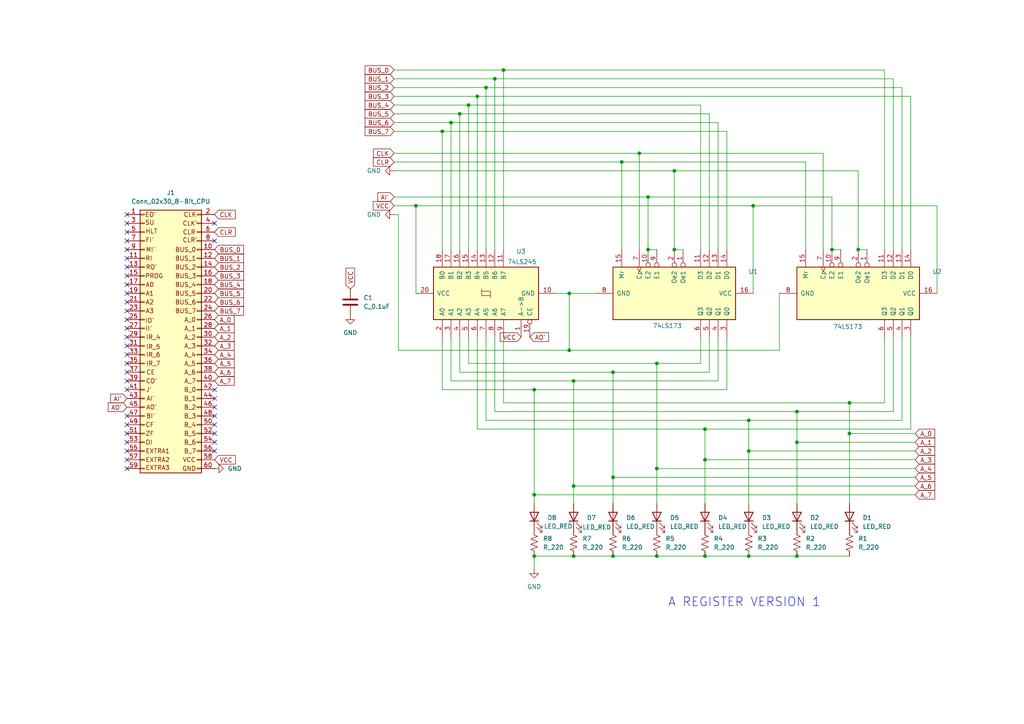
<source format=kicad_sch>
(kicad_sch (version 20231120) (generator "eeschema") (generator_version "8.0")
  (paper "A4")
  (lib_symbols
    (symbol "74xx:74LS173" (pin_names (offset 1.016))
      (property "Reference" "U" (at -7.62 19.05 0))
      (property "Value" "74LS173" (at -7.62 -19.05 0))
      (symbol "74LS173_1_0"
        (pin input inverted (at -12.7 2.54 0) (length 5.08) (name "Oe1") (number "1"))
        (pin input inverted (at -12.7 -7.62 0) (length 5.08) (name "E2") (number "10"))
        (pin input line (at -12.7 7.62 0) (length 5.08) (name "D3") (number "11"))
        (pin input line (at -12.7 10.16 0) (length 5.08) (name "D2") (number "12"))
        (pin input line (at -12.7 12.7 0) (length 5.08) (name "D1") (number "13"))
        (pin input line (at -12.7 15.24 0) (length 5.08) (name "D0") (number "14"))
        (pin input line (at -12.7 -15.24 0) (length 5.08) (name "Mr") (number "15"))
        (pin power_in line (at 0 22.86 270) (length 5.08) (name "VCC") (number "16"))
        (pin input inverted (at -12.7 0 0) (length 5.08) (name "Oe2") (number "2"))
        (pin tri_state line (at 12.7 15.24 180) (length 5.08) (name "Q0") (number "3"))
        (pin tri_state line (at 12.7 12.7 180) (length 5.08) (name "Q1") (number "4"))
        (pin tri_state line (at 12.7 10.16 180) (length 5.08) (name "Q2") (number "5"))
        (pin tri_state line (at 12.7 7.62 180) (length 5.08) (name "Q3") (number "6"))
        (pin input clock (at -12.7 -10.16 0) (length 5.08) (name "Cp") (number "7"))
        (pin power_in line (at 0 -22.86 90) (length 5.08) (name "GND") (number "8"))
        (pin input inverted (at -12.7 -5.08 0) (length 5.08) (name "E1") (number "9"))
      )
      (symbol "74LS173_1_1"
        (rectangle (start -7.62 17.78) (end 7.62 -17.78) (stroke (width 0.254)) (fill (type background)))
      )
    )
    (symbol "74xx:74LS245" (pin_names (offset 1.016))
      (property "Reference" "U" (at -7.62 16.51 0))
      (property "Value" "74LS245" (at -7.62 -16.51 0))
      (symbol "74LS245_1_0"
        (polyline (pts (xy -0.635 -1.27) (xy -0.635 1.27) (xy 0.635 1.27)))
        (polyline (pts (xy -1.27 -1.27) (xy 0.635 -1.27) (xy 0.635 1.27) (xy 1.27 1.27)))
        (pin input line (at -12.7 -10.16 0) (length 5.08) (name "A->B") (number "1"))
        (pin power_in line (at 0 -20.32 90) (length 5.08) (name "GND") (number "10"))
        (pin tri_state line (at 12.7 -5.08 180) (length 5.08) (name "B7") (number "11"))
        (pin tri_state line (at 12.7 -2.54 180) (length 5.08) (name "B6") (number "12"))
        (pin tri_state line (at 12.7 0 180) (length 5.08) (name "B5") (number "13"))
        (pin tri_state line (at 12.7 2.54 180) (length 5.08) (name "B4") (number "14"))
        (pin tri_state line (at 12.7 5.08 180) (length 5.08) (name "B3") (number "15"))
        (pin tri_state line (at 12.7 7.62 180) (length 5.08) (name "B2") (number "16"))
        (pin tri_state line (at 12.7 10.16 180) (length 5.08) (name "B1") (number "17"))
        (pin tri_state line (at 12.7 12.7 180) (length 5.08) (name "B0") (number "18"))
        (pin input inverted (at -12.7 -12.7 0) (length 5.08) (name "CE") (number "19"))
        (pin tri_state line (at -12.7 12.7 0) (length 5.08) (name "A0") (number "2"))
        (pin power_in line (at 0 20.32 270) (length 5.08) (name "VCC") (number "20"))
        (pin tri_state line (at -12.7 10.16 0) (length 5.08) (name "A1") (number "3"))
        (pin tri_state line (at -12.7 7.62 0) (length 5.08) (name "A2") (number "4"))
        (pin tri_state line (at -12.7 5.08 0) (length 5.08) (name "A3") (number "5"))
        (pin tri_state line (at -12.7 2.54 0) (length 5.08) (name "A4") (number "6"))
        (pin tri_state line (at -12.7 0 0) (length 5.08) (name "A5") (number "7"))
        (pin tri_state line (at -12.7 -2.54 0) (length 5.08) (name "A6") (number "8"))
        (pin tri_state line (at -12.7 -5.08 0) (length 5.08) (name "A7") (number "9"))
      )
      (symbol "74LS245_1_1"
        (rectangle (start -7.62 15.24) (end 7.62 -15.24) (stroke (width 0.254)) (fill (type background)))
      )
    )
    (symbol "8_Bit_CPU_Bus_Header:8_Bit_CPU_Bus_Pin_header" (pin_names (offset 1.016) hide)
      (property "Reference" "J" (at 7.62 38.1 0))
      (property "Value" "Conn_02x30_8-Bit_CPU " (at 2.794 -41.148 0))
      (symbol "8_Bit_CPU_Bus_Pin_header_1_1"
        (rectangle (start -7.62 -37.973) (end -6.35 -38.227) (stroke (width 0.1524)))
        (rectangle (start -7.62 -35.433) (end -6.35 -35.687) (stroke (width 0.1524)))
        (rectangle (start -7.62 -32.893) (end -6.35 -33.147) (stroke (width 0.1524)))
        (rectangle (start -7.62 -30.353) (end -6.35 -30.607) (stroke (width 0.1524)))
        (rectangle (start -7.62 -27.813) (end -6.35 -28.067) (stroke (width 0.1524)))
        (rectangle (start -7.62 -25.273) (end -6.35 -25.527) (stroke (width 0.1524)))
        (rectangle (start -7.62 -22.733) (end -6.35 -22.987) (stroke (width 0.1524)))
        (rectangle (start -7.62 -20.193) (end -6.35 -20.447) (stroke (width 0.1524)))
        (rectangle (start -7.62 -17.653) (end -6.35 -17.907) (stroke (width 0.1524)))
        (rectangle (start -7.62 -15.113) (end -6.35 -15.367) (stroke (width 0.1524)))
        (rectangle (start -7.62 -12.573) (end -6.35 -12.827) (stroke (width 0.1524)))
        (rectangle (start -7.62 -10.033) (end -6.35 -10.287) (stroke (width 0.1524)))
        (rectangle (start -7.62 -7.493) (end -6.35 -7.747) (stroke (width 0.1524)))
        (rectangle (start -7.62 -4.953) (end -6.35 -5.207) (stroke (width 0.1524)))
        (rectangle (start -7.62 -2.413) (end -6.35 -2.667) (stroke (width 0.1524)))
        (rectangle (start -7.62 0.127) (end -6.35 -0.127) (stroke (width 0.1524)))
        (rectangle (start -7.62 2.667) (end -6.35 2.413) (stroke (width 0.1524)))
        (rectangle (start -7.62 5.207) (end -6.35 4.953) (stroke (width 0.1524)))
        (rectangle (start -7.62 7.747) (end -6.35 7.493) (stroke (width 0.1524)))
        (rectangle (start -7.62 10.287) (end -6.35 10.033) (stroke (width 0.1524)))
        (rectangle (start -7.62 12.827) (end -6.35 12.573) (stroke (width 0.1524)))
        (rectangle (start -7.62 15.367) (end -6.35 15.113) (stroke (width 0.1524)))
        (rectangle (start -7.62 17.907) (end -6.35 17.653) (stroke (width 0.1524)))
        (rectangle (start -7.62 20.447) (end -6.35 20.193) (stroke (width 0.1524)))
        (rectangle (start -7.62 22.987) (end -6.35 22.733) (stroke (width 0.1524)))
        (rectangle (start -7.62 25.527) (end -6.35 25.273) (stroke (width 0.1524)))
        (rectangle (start -7.62 28.067) (end -6.35 27.813) (stroke (width 0.1524)))
        (rectangle (start -7.62 30.607) (end -6.35 30.353) (stroke (width 0.1524)))
        (rectangle (start -7.62 33.147) (end -6.35 32.893) (stroke (width 0.1524)))
        (rectangle (start -7.62 35.687) (end -6.35 35.433) (stroke (width 0.1524)))
        (rectangle (start -7.62 36.83) (end 10.16 -39.37) (stroke (width 0.254)) (fill (type background)))
        (rectangle (start 10.16 -37.973) (end 8.89 -38.227) (stroke (width 0.1524)))
        (rectangle (start 10.16 -35.433) (end 8.89 -35.687) (stroke (width 0.1524)))
        (rectangle (start 10.16 -32.893) (end 8.89 -33.147) (stroke (width 0.1524)))
        (rectangle (start 10.16 -30.353) (end 8.89 -30.607) (stroke (width 0.1524)))
        (rectangle (start 10.16 -27.813) (end 8.89 -28.067) (stroke (width 0.1524)))
        (rectangle (start 10.16 -25.273) (end 8.89 -25.527) (stroke (width 0.1524)))
        (rectangle (start 10.16 -22.733) (end 8.89 -22.987) (stroke (width 0.1524)))
        (rectangle (start 10.16 -20.193) (end 8.89 -20.447) (stroke (width 0.1524)))
        (rectangle (start 10.16 -17.653) (end 8.89 -17.907) (stroke (width 0.1524)))
        (rectangle (start 10.16 -15.113) (end 8.89 -15.367) (stroke (width 0.1524)))
        (rectangle (start 10.16 -12.573) (end 8.89 -12.827) (stroke (width 0.1524)))
        (rectangle (start 10.16 -10.033) (end 8.89 -10.287) (stroke (width 0.1524)))
        (rectangle (start 10.16 -7.493) (end 8.89 -7.747) (stroke (width 0.1524)))
        (rectangle (start 10.16 -4.953) (end 8.89 -5.207) (stroke (width 0.1524)))
        (rectangle (start 10.16 -2.413) (end 8.89 -2.667) (stroke (width 0.1524)))
        (rectangle (start 10.16 0.127) (end 8.89 -0.127) (stroke (width 0.1524)))
        (rectangle (start 10.16 2.667) (end 8.89 2.413) (stroke (width 0.1524)))
        (rectangle (start 10.16 5.207) (end 8.89 4.953) (stroke (width 0.1524)))
        (rectangle (start 10.16 7.747) (end 8.89 7.493) (stroke (width 0.1524)))
        (rectangle (start 10.16 10.287) (end 8.89 10.033) (stroke (width 0.1524)))
        (rectangle (start 10.16 12.827) (end 8.89 12.573) (stroke (width 0.1524)))
        (rectangle (start 10.16 15.367) (end 8.89 15.113) (stroke (width 0.1524)))
        (rectangle (start 10.16 17.907) (end 8.89 17.653) (stroke (width 0.1524)))
        (rectangle (start 10.16 20.447) (end 8.89 20.193) (stroke (width 0.1524)))
        (rectangle (start 10.16 22.987) (end 8.89 22.733) (stroke (width 0.1524)))
        (rectangle (start 10.16 25.527) (end 8.89 25.273) (stroke (width 0.1524)))
        (rectangle (start 10.16 28.067) (end 8.89 27.813) (stroke (width 0.1524)))
        (rectangle (start 10.16 30.607) (end 8.89 30.353) (stroke (width 0.1524)))
        (rectangle (start 10.16 33.147) (end 8.89 32.893) (stroke (width 0.1524)))
        (rectangle (start 10.16 35.687) (end 8.89 35.433) (stroke (width 0.1524)))
        (text "A0" (at -4.826 15.24 0) (effects (font (size 1.27 1.27))))
        (text "A1" (at -4.826 12.7 0) (effects (font (size 1.27 1.27))))
        (text "A2" (at -4.826 10.16 0) (effects (font (size 1.27 1.27))))
        (text "A3" (at -4.826 7.62 0) (effects (font (size 1.27 1.27))))
        (text "A_0" (at 6.858 5.08 0) (effects (font (size 1.27 1.27))))
        (text "A_1" (at 6.858 2.54 0) (effects (font (size 1.27 1.27))))
        (text "A_2" (at 6.858 0 0) (effects (font (size 1.27 1.27))))
        (text "A_3" (at 6.858 -2.54 0) (effects (font (size 1.27 1.27))))
        (text "A_4" (at 6.858 -5.08 0) (effects (font (size 1.27 1.27))))
        (text "A_5" (at 6.858 -7.62 0) (effects (font (size 1.27 1.27))))
        (text "A_6" (at 6.858 -10.16 0) (effects (font (size 1.27 1.27))))
        (text "A_7" (at 6.858 -12.7 0) (effects (font (size 1.27 1.27))))
        (text "AI'" (at -4.572 -17.78 0) (effects (font (size 1.27 1.27))))
        (text "AO'" (at -4.318 -20.32 0) (effects (font (size 1.27 1.27))))
        (text "B_0" (at 6.858 -15.24 0) (effects (font (size 1.27 1.27))))
        (text "B_1" (at 6.858 -17.78 0) (effects (font (size 1.27 1.27))))
        (text "B_2" (at 6.858 -20.32 0) (effects (font (size 1.27 1.27))))
        (text "B_3" (at 6.858 -22.86 0) (effects (font (size 1.27 1.27))))
        (text "B_4" (at 6.858 -25.4 0) (effects (font (size 1.27 1.27))))
        (text "B_5" (at 6.858 -27.94 0) (effects (font (size 1.27 1.27))))
        (text "B_6" (at 6.858 -30.48 0) (effects (font (size 1.27 1.27))))
        (text "B_7" (at 6.858 -33.02 0) (effects (font (size 1.27 1.27))))
        (text "BI'" (at -4.572 -22.86 0) (effects (font (size 1.27 1.27))))
        (text "BUS_0" (at 5.588 25.4 0) (effects (font (size 1.27 1.27))))
        (text "BUS_1" (at 5.588 22.86 0) (effects (font (size 1.27 1.27))))
        (text "BUS_2" (at 5.588 20.32 0) (effects (font (size 1.27 1.27))))
        (text "BUS_3" (at 5.588 17.78 0) (effects (font (size 1.27 1.27))))
        (text "BUS_4" (at 5.588 15.24 0) (effects (font (size 1.27 1.27))))
        (text "BUS_5" (at 5.588 12.7 0) (effects (font (size 1.27 1.27))))
        (text "BUS_6" (at 5.588 10.16 0) (effects (font (size 1.27 1.27))))
        (text "BUS_7" (at 5.588 7.62 0) (effects (font (size 1.27 1.27))))
        (text "CE" (at -4.572 -10.16 0) (effects (font (size 1.27 1.27))))
        (text "CF" (at -4.826 -25.4 0) (effects (font (size 1.27 1.27))))
        (text "CLK" (at 6.858 35.56 0) (effects (font (size 1.27 1.27))))
        (text "CLK'" (at 6.858 33.02 0) (effects (font (size 1.27 1.27))))
        (text "CLR" (at 6.604 30.48 0) (effects (font (size 1.27 1.27))))
        (text "CLR'" (at 6.858 28.194 0) (effects (font (size 1.27 1.27))))
        (text "CO'" (at -4.318 -12.7 0) (effects (font (size 1.27 1.27))))
        (text "EO'" (at -4.572 35.56 0) (effects (font (size 1.27 1.27))))
        (text "EXTRA1" (at -2.54 -33.02 0) (effects (font (size 1.27 1.27))))
        (text "EXTRA2" (at -2.54 -35.56 0) (effects (font (size 1.27 1.27))))
        (text "EXTRA3" (at -2.54 -37.846 0) (effects (font (size 1.27 1.27))))
        (text "FI'" (at -4.826 28.194 0) (effects (font (size 1.27 1.27))))
        (text "GND" (at 6.604 -38.1 0) (effects (font (size 1.27 1.27))))
        (text "HLT" (at -4.318 30.734 0) (effects (font (size 1.27 1.27))))
        (text "II'" (at -5.08 2.54 0) (effects (font (size 1.27 1.27))))
        (text "IO'" (at -4.826 4.826 0) (effects (font (size 1.27 1.27))))
        (text "IR_4" (at -3.81 0 0) (effects (font (size 1.27 1.27))))
        (text "IR_5" (at -3.81 -2.794 0) (effects (font (size 1.27 1.27))))
        (text "IR_6" (at -3.81 -5.08 0) (effects (font (size 1.27 1.27))))
        (text "IR_7" (at -3.81 -7.62 0) (effects (font (size 1.27 1.27))))
        (text "J'" (at -5.08 -15.24 0) (effects (font (size 1.27 1.27))))
        (text "MI'" (at -4.572 25.4 0) (effects (font (size 1.27 1.27))))
        (text "OI" (at -5.08 -30.48 0) (effects (font (size 1.27 1.27))))
        (text "PROG" (at -3.556 17.78 0) (effects (font (size 1.27 1.27))))
        (text "RI" (at -5.08 22.86 0) (effects (font (size 1.27 1.27))))
        (text "RO'" (at -4.318 20.32 0) (effects (font (size 1.27 1.27))))
        (text "SU" (at -4.826 33.274 0) (effects (font (size 1.27 1.27))))
        (text "VCC" (at 6.604 -35.56 0) (effects (font (size 1.27 1.27))))
        (text "ZF" (at -4.826 -27.94 0) (effects (font (size 1.27 1.27))))
        (pin passive line (at -11.43 35.56 0) (length 3.81) (name "Pin_1") (number "1"))
        (pin passive line (at 13.97 25.4 180) (length 3.81) (name "Pin_10") (number "10"))
        (pin passive line (at -11.43 22.86 0) (length 3.81) (name "Pin_11") (number "11"))
        (pin passive line (at 13.97 22.86 180) (length 3.81) (name "Pin_12") (number "12"))
        (pin passive line (at -11.43 20.32 0) (length 3.81) (name "Pin_13") (number "13"))
        (pin passive line (at 13.97 20.32 180) (length 3.81) (name "Pin_14") (number "14"))
        (pin passive line (at -11.43 17.78 0) (length 3.81) (name "Pin_15") (number "15"))
        (pin passive line (at 13.97 17.78 180) (length 3.81) (name "Pin_16") (number "16"))
        (pin passive line (at -11.43 15.24 0) (length 3.81) (name "Pin_17") (number "17"))
        (pin passive line (at 13.97 15.24 180) (length 3.81) (name "Pin_18") (number "18"))
        (pin passive line (at -11.43 12.7 0) (length 3.81) (name "Pin_19") (number "19"))
        (pin passive line (at 13.97 35.56 180) (length 3.81) (name "Pin_2") (number "2"))
        (pin passive line (at 13.97 12.7 180) (length 3.81) (name "Pin_20") (number "20"))
        (pin passive line (at -11.43 10.16 0) (length 3.81) (name "Pin_21") (number "21"))
        (pin passive line (at 13.97 10.16 180) (length 3.81) (name "Pin_22") (number "22"))
        (pin passive line (at -11.43 7.62 0) (length 3.81) (name "Pin_23") (number "23"))
        (pin passive line (at 13.97 7.62 180) (length 3.81) (name "Pin_24") (number "24"))
        (pin passive line (at -11.43 5.08 0) (length 3.81) (name "Pin_25") (number "25"))
        (pin passive line (at 13.97 5.08 180) (length 3.81) (name "Pin_26") (number "26"))
        (pin passive line (at -11.43 2.54 0) (length 3.81) (name "Pin_27") (number "27"))
        (pin passive line (at 13.97 2.54 180) (length 3.81) (name "Pin_28") (number "28"))
        (pin passive line (at -11.43 0 0) (length 3.81) (name "Pin_29") (number "29"))
        (pin passive line (at -11.43 33.02 0) (length 3.81) (name "Pin_3") (number "3"))
        (pin passive line (at 13.97 0 180) (length 3.81) (name "Pin_30") (number "30"))
        (pin passive line (at -11.43 -2.54 0) (length 3.81) (name "Pin_31") (number "31"))
        (pin passive line (at 13.97 -2.54 180) (length 3.81) (name "Pin_32") (number "32"))
        (pin passive line (at -11.43 -5.08 0) (length 3.81) (name "Pin_33") (number "33"))
        (pin passive line (at 13.97 -5.08 180) (length 3.81) (name "Pin_34") (number "34"))
        (pin passive line (at -11.43 -7.62 0) (length 3.81) (name "Pin_35") (number "35"))
        (pin passive line (at 13.97 -7.62 180) (length 3.81) (name "Pin_36") (number "36"))
        (pin passive line (at -11.43 -10.16 0) (length 3.81) (name "Pin_37") (number "37"))
        (pin passive line (at 13.97 -10.16 180) (length 3.81) (name "Pin_38") (number "38"))
        (pin passive line (at -11.43 -12.7 0) (length 3.81) (name "Pin_39") (number "39"))
        (pin passive line (at 13.97 33.02 180) (length 3.81) (name "Pin_4") (number "4"))
        (pin passive line (at 13.97 -12.7 180) (length 3.81) (name "Pin_40") (number "40"))
        (pin passive line (at -11.43 -15.24 0) (length 3.81) (name "Pin_41") (number "41"))
        (pin passive line (at 13.97 -15.24 180) (length 3.81) (name "Pin_42") (number "42"))
        (pin passive line (at -11.43 -17.78 0) (length 3.81) (name "Pin_43") (number "43"))
        (pin passive line (at 13.97 -17.78 180) (length 3.81) (name "Pin_44") (number "44"))
        (pin passive line (at -11.43 -20.32 0) (length 3.81) (name "Pin_45") (number "45"))
        (pin passive line (at 13.97 -20.32 180) (length 3.81) (name "Pin_46") (number "46"))
        (pin passive line (at -11.43 -22.86 0) (length 3.81) (name "Pin_47") (number "47"))
        (pin passive line (at 13.97 -22.86 180) (length 3.81) (name "Pin_48") (number "48"))
        (pin passive line (at -11.43 -25.4 0) (length 3.81) (name "Pin_49") (number "49"))
        (pin passive line (at -11.43 30.48 0) (length 3.81) (name "Pin_5") (number "5"))
        (pin passive line (at 13.97 -25.4 180) (length 3.81) (name "Pin_50") (number "50"))
        (pin passive line (at -11.43 -27.94 0) (length 3.81) (name "Pin_51") (number "51"))
        (pin passive line (at 13.97 -27.94 180) (length 3.81) (name "Pin_52") (number "52"))
        (pin passive line (at -11.43 -30.48 0) (length 3.81) (name "Pin_53") (number "53"))
        (pin passive line (at 13.97 -30.48 180) (length 3.81) (name "Pin_54") (number "54"))
        (pin passive line (at -11.43 -33.02 0) (length 3.81) (name "Pin_55") (number "55"))
        (pin passive line (at 13.97 -33.02 180) (length 3.81) (name "Pin_56") (number "56"))
        (pin passive line (at -11.43 -35.56 0) (length 3.81) (name "Pin_57") (number "57"))
        (pin passive line (at 13.97 -35.56 180) (length 3.81) (name "Pin_58") (number "58"))
        (pin passive line (at -11.43 -38.1 0) (length 3.81) (name "Pin_59") (number "59"))
        (pin passive line (at 13.97 30.48 180) (length 3.81) (name "Pin_6") (number "6"))
        (pin passive line (at 13.97 -38.1 180) (length 3.81) (name "Pin_60") (number "60"))
        (pin passive line (at -11.43 27.94 0) (length 3.81) (name "Pin_7") (number "7"))
        (pin passive line (at 13.97 27.94 180) (length 3.81) (name "Pin_8") (number "8"))
        (pin passive line (at -11.43 25.4 0) (length 3.81) (name "Pin_9") (number "9"))
      )
    )
    (symbol "Device:C" (pin_numbers hide) (pin_names (offset 0.254))
      (property "Reference" "C" (at 0.635 2.54 0))
      (property "Value" "C" (at 0.635 -2.54 0))
      (symbol "C_0_1"
        (polyline (pts (xy -2.032 -0.762) (xy 2.032 -0.762)) (stroke (width 0.508)))
        (polyline (pts (xy -2.032 0.762) (xy 2.032 0.762)) (stroke (width 0.508)))
      )
      (symbol "C_1_1"
        (pin passive line (at 0 3.81 270) (length 2.794) (name "~") (number "1"))
        (pin passive line (at 0 -3.81 90) (length 2.794) (name "~") (number "2"))
      )
    )
    (symbol "Device:LED" (pin_numbers hide) (pin_names (offset 1.016) hide)
      (property "Reference" "D" (at 0 2.54 0))
      (property "Value" "LED" (at 0 -2.54 0))
      (symbol "LED_0_1"
        (polyline (pts (xy -1.27 -1.27) (xy -1.27 1.27)) (stroke (width 0.254)))
        (polyline (pts (xy -1.27 0) (xy 1.27 0)))
        (polyline (pts (xy 1.27 -1.27) (xy 1.27 1.27) (xy -1.27 0) (xy 1.27 -1.27)) (stroke (width 0.254)))
        (polyline (pts (xy -3.048 -0.762) (xy -4.572 -2.286) (xy -3.81 -2.286) (xy -4.572 -2.286) (xy -4.572 -1.524)))
        (polyline (pts (xy -1.778 -0.762) (xy -3.302 -2.286) (xy -2.54 -2.286) (xy -3.302 -2.286) (xy -3.302 -1.524)))
      )
      (symbol "LED_1_1"
        (pin passive line (at -3.81 0 0) (length 2.54) (name "K") (number "1"))
        (pin passive line (at 3.81 0 180) (length 2.54) (name "A") (number "2"))
      )
    )
    (symbol "Device:R_US" (pin_numbers hide) (pin_names (offset 0))
      (property "Reference" "R" (at 2.54 0 90))
      (property "Value" "R_US" (at -2.54 0 90))
      (symbol "R_US_0_1"
        (polyline (pts (xy 0 -2.286) (xy 0 -2.54)))
        (polyline (pts (xy 0 2.286) (xy 0 2.54)))
        (polyline (pts (xy 0 -0.762) (xy 1.016 -1.143) (xy 0 -1.524) (xy -1.016 -1.905) (xy 0 -2.286)))
        (polyline (pts (xy 0 0.762) (xy 1.016 0.381) (xy 0 0) (xy -1.016 -0.381) (xy 0 -0.762)))
        (polyline (pts (xy 0 2.286) (xy 1.016 1.905) (xy 0 1.524) (xy -1.016 1.143) (xy 0 0.762)))
      )
      (symbol "R_US_1_1"
        (pin passive line (at 0 3.81 270) (length 1.27) (name "~") (number "1"))
        (pin passive line (at 0 -3.81 90) (length 1.27) (name "~") (number "2"))
      )
    )
    (symbol "power:GND" (power) (pin_numbers hide) (pin_names (offset 0) hide)
      (property "Value" "GND" (at 0 -3.81 0))
      (symbol "GND_0_1"
        (polyline (pts (xy 0 0) (xy 0 -1.27) (xy 1.27 -1.27) (xy 0 -2.54) (xy -1.27 -1.27) (xy 0 -1.27)))
      )
      (symbol "GND_1_1"
        (pin power_in line (at 0 0 270) (length 0) (name "~") (number "1"))
      )
    )
  )
  (junction (at 231.14 119.38))
  (junction (at 166.37 110.49))
  (junction (at 130.81 35.56))
  (junction (at 140.97 25.4))
  (junction (at 195.58 49.53))
  (junction (at 231.14 161.29))
  (junction (at 135.89 30.48))
  (junction (at 187.96 57.15))
  (junction (at 204.47 133.35))
  (junction (at 138.43 27.94))
  (junction (at 217.17 161.29))
  (junction (at 218.44 59.69))
  (junction (at 231.14 128.27))
  (junction (at 166.37 140.97))
  (junction (at 187.96 72.39))
  (junction (at 204.47 124.46))
  (junction (at 166.37 161.29))
  (junction (at 133.35 33.02))
  (junction (at 217.17 130.81))
  (junction (at 190.5 105.41))
  (junction (at 165.1 85.09))
  (junction (at 248.92 72.39))
  (junction (at 190.5 161.29))
  (junction (at 246.38 116.84))
  (junction (at 180.34 46.99))
  (junction (at 185.42 44.45))
  (junction (at 154.94 113.03))
  (junction (at 195.58 72.39))
  (junction (at 120.65 59.69))
  (junction (at 190.5 135.89))
  (junction (at 177.8 107.95))
  (junction (at 154.94 143.51))
  (junction (at 146.05 20.32))
  (junction (at 143.51 22.86))
  (junction (at 204.47 161.29))
  (junction (at 246.38 125.73))
  (junction (at 165.1 101.6))
  (junction (at 217.17 121.92))
  (junction (at 177.8 138.43))
  (junction (at 177.8 161.29))
  (junction (at 128.27 38.1))
  (junction (at 154.94 161.29))
  (junction (at 241.3 72.39))
  (no_connect (at 36.83 97.79))
  (no_connect (at 36.83 72.39))
  (no_connect (at 36.83 74.93))
  (no_connect (at 36.83 85.09))
  (no_connect (at 36.83 67.31))
  (no_connect (at 36.83 77.47))
  (no_connect (at 62.23 128.27))
  (no_connect (at 36.83 125.73))
  (no_connect (at 62.23 130.81))
  (no_connect (at 36.83 110.49))
  (no_connect (at 62.23 64.77))
  (no_connect (at 36.83 113.03))
  (no_connect (at 36.83 95.25))
  (no_connect (at 36.83 135.89))
  (no_connect (at 36.83 107.95))
  (no_connect (at 62.23 69.85))
  (no_connect (at 36.83 133.35))
  (no_connect (at 36.83 102.87))
  (no_connect (at 36.83 123.19))
  (no_connect (at 62.23 118.11))
  (no_connect (at 36.83 120.65))
  (no_connect (at 62.23 120.65))
  (no_connect (at 36.83 130.81))
  (no_connect (at 36.83 80.01))
  (no_connect (at 36.83 62.23))
  (no_connect (at 36.83 87.63))
  (no_connect (at 62.23 123.19))
  (no_connect (at 36.83 64.77))
  (no_connect (at 62.23 113.03))
  (no_connect (at 36.83 105.41))
  (no_connect (at 62.23 115.57))
  (no_connect (at 36.83 100.33))
  (no_connect (at 36.83 69.85))
  (no_connect (at 36.83 90.17))
  (no_connect (at 62.23 125.73))
  (no_connect (at 36.83 128.27))
  (no_connect (at 36.83 82.55))
  (no_connect (at 36.83 92.71))
  (wire (pts (xy 166.37 140.97) (xy 265.43 140.97)))
  (wire (pts (xy 166.37 161.29) (xy 177.8 161.29)))
  (wire (pts (xy 177.8 107.95) (xy 177.8 138.43)))
  (wire (pts (xy 128.27 113.03) (xy 128.27 97.79)))
  (wire (pts (xy 246.38 125.73) (xy 265.43 125.73)))
  (wire (pts (xy 114.3 46.99) (xy 180.34 46.99)))
  (wire (pts (xy 259.08 22.86) (xy 259.08 72.39)))
  (wire (pts (xy 256.54 20.32) (xy 256.54 72.39)))
  (wire (pts (xy 187.96 72.39) (xy 187.96 57.15)))
  (wire (pts (xy 143.51 22.86) (xy 259.08 22.86)))
  (wire (pts (xy 208.28 35.56) (xy 208.28 72.39)))
  (wire (pts (xy 130.81 110.49) (xy 166.37 110.49)))
  (wire (pts (xy 204.47 133.35) (xy 204.47 146.05)))
  (wire (pts (xy 130.81 110.49) (xy 130.81 97.79)))
  (wire (pts (xy 241.3 72.39) (xy 243.84 72.39)))
  (wire (pts (xy 203.2 97.79) (xy 203.2 105.41)))
  (wire (pts (xy 210.82 38.1) (xy 210.82 72.39)))
  (wire (pts (xy 195.58 49.53) (xy 248.92 49.53)))
  (wire (pts (xy 154.94 161.29) (xy 166.37 161.29)))
  (wire (pts (xy 115.57 101.6) (xy 165.1 101.6)))
  (wire (pts (xy 146.05 20.32) (xy 256.54 20.32)))
  (wire (pts (xy 187.96 57.15) (xy 241.3 57.15)))
  (wire (pts (xy 140.97 25.4) (xy 261.62 25.4)))
  (wire (pts (xy 261.62 121.92) (xy 217.17 121.92)))
  (wire (pts (xy 114.3 44.45) (xy 185.42 44.45)))
  (wire (pts (xy 233.68 72.39) (xy 233.68 46.99)))
  (wire (pts (xy 133.35 107.95) (xy 177.8 107.95)))
  (wire (pts (xy 138.43 27.94) (xy 264.16 27.94)))
  (wire (pts (xy 154.94 161.29) (xy 154.94 165.1)))
  (wire (pts (xy 114.3 30.48) (xy 135.89 30.48)))
  (wire (pts (xy 165.1 101.6) (xy 226.06 101.6)))
  (wire (pts (xy 120.65 59.69) (xy 218.44 59.69)))
  (wire (pts (xy 146.05 116.84) (xy 246.38 116.84)))
  (wire (pts (xy 180.34 46.99) (xy 180.34 72.39)))
  (wire (pts (xy 143.51 119.38) (xy 231.14 119.38)))
  (wire (pts (xy 154.94 113.03) (xy 154.94 143.51)))
  (wire (pts (xy 187.96 72.39) (xy 190.5 72.39)))
  (wire (pts (xy 114.3 57.15) (xy 187.96 57.15)))
  (wire (pts (xy 154.94 143.51) (xy 265.43 143.51)))
  (wire (pts (xy 217.17 121.92) (xy 217.17 130.81)))
  (wire (pts (xy 154.94 143.51) (xy 154.94 146.05)))
  (wire (pts (xy 190.5 135.89) (xy 190.5 146.05)))
  (wire (pts (xy 264.16 27.94) (xy 264.16 72.39)))
  (wire (pts (xy 241.3 57.15) (xy 241.3 72.39)))
  (wire (pts (xy 177.8 138.43) (xy 177.8 146.05)))
  (wire (pts (xy 218.44 59.69) (xy 271.78 59.69)))
  (wire (pts (xy 231.14 128.27) (xy 231.14 146.05)))
  (wire (pts (xy 138.43 124.46) (xy 138.43 97.79)))
  (wire (pts (xy 165.1 85.09) (xy 172.72 85.09)))
  (wire (pts (xy 128.27 38.1) (xy 128.27 72.39)))
  (wire (pts (xy 114.3 33.02) (xy 133.35 33.02)))
  (wire (pts (xy 190.5 135.89) (xy 265.43 135.89)))
  (wire (pts (xy 154.94 113.03) (xy 210.82 113.03)))
  (wire (pts (xy 210.82 97.79) (xy 210.82 113.03)))
  (wire (pts (xy 190.5 105.41) (xy 190.5 135.89)))
  (wire (pts (xy 205.74 97.79) (xy 205.74 107.95)))
  (wire (pts (xy 233.68 46.99) (xy 180.34 46.99)))
  (wire (pts (xy 238.76 72.39) (xy 238.76 44.45)))
  (wire (pts (xy 114.3 27.94) (xy 138.43 27.94)))
  (wire (pts (xy 190.5 161.29) (xy 204.47 161.29)))
  (wire (pts (xy 195.58 72.39) (xy 198.12 72.39)))
  (wire (pts (xy 130.81 35.56) (xy 208.28 35.56)))
  (wire (pts (xy 264.16 97.79) (xy 264.16 124.46)))
  (wire (pts (xy 135.89 30.48) (xy 203.2 30.48)))
  (wire (pts (xy 261.62 97.79) (xy 261.62 121.92)))
  (wire (pts (xy 203.2 30.48) (xy 203.2 72.39)))
  (wire (pts (xy 231.14 161.29) (xy 217.17 161.29)))
  (wire (pts (xy 231.14 119.38) (xy 231.14 128.27)))
  (wire (pts (xy 161.29 85.09) (xy 165.1 85.09)))
  (wire (pts (xy 256.54 116.84) (xy 246.38 116.84)))
  (wire (pts (xy 264.16 124.46) (xy 204.47 124.46)))
  (wire (pts (xy 114.3 38.1) (xy 128.27 38.1)))
  (wire (pts (xy 143.51 22.86) (xy 143.51 72.39)))
  (wire (pts (xy 138.43 72.39) (xy 138.43 27.94)))
  (wire (pts (xy 146.05 20.32) (xy 146.05 72.39)))
  (wire (pts (xy 226.06 85.09) (xy 226.06 101.6)))
  (wire (pts (xy 246.38 116.84) (xy 246.38 125.73)))
  (wire (pts (xy 246.38 161.29) (xy 231.14 161.29)))
  (wire (pts (xy 114.3 20.32) (xy 146.05 20.32)))
  (wire (pts (xy 128.27 113.03) (xy 154.94 113.03)))
  (wire (pts (xy 115.57 101.6) (xy 115.57 62.23)))
  (wire (pts (xy 114.3 25.4) (xy 140.97 25.4)))
  (wire (pts (xy 185.42 44.45) (xy 185.42 72.39)))
  (wire (pts (xy 146.05 116.84) (xy 146.05 97.79)))
  (wire (pts (xy 133.35 33.02) (xy 133.35 72.39)))
  (wire (pts (xy 130.81 35.56) (xy 130.81 72.39)))
  (wire (pts (xy 231.14 128.27) (xy 265.43 128.27)))
  (wire (pts (xy 114.3 49.53) (xy 195.58 49.53)))
  (wire (pts (xy 195.58 72.39) (xy 195.58 49.53)))
  (wire (pts (xy 248.92 72.39) (xy 248.92 49.53)))
  (wire (pts (xy 231.14 119.38) (xy 259.08 119.38)))
  (wire (pts (xy 246.38 125.73) (xy 246.38 146.05)))
  (wire (pts (xy 165.1 85.09) (xy 165.1 101.6)))
  (wire (pts (xy 120.65 59.69) (xy 120.65 85.09)))
  (wire (pts (xy 217.17 130.81) (xy 217.17 146.05)))
  (wire (pts (xy 114.3 59.69) (xy 120.65 59.69)))
  (wire (pts (xy 217.17 130.81) (xy 265.43 130.81)))
  (wire (pts (xy 140.97 121.92) (xy 140.97 97.79)))
  (wire (pts (xy 205.74 33.02) (xy 205.74 72.39)))
  (wire (pts (xy 261.62 25.4) (xy 261.62 72.39)))
  (wire (pts (xy 259.08 97.79) (xy 259.08 119.38)))
  (wire (pts (xy 177.8 161.29) (xy 190.5 161.29)))
  (wire (pts (xy 177.8 107.95) (xy 205.74 107.95)))
  (wire (pts (xy 135.89 105.41) (xy 190.5 105.41)))
  (wire (pts (xy 204.47 133.35) (xy 265.43 133.35)))
  (wire (pts (xy 208.28 97.79) (xy 208.28 110.49)))
  (wire (pts (xy 238.76 44.45) (xy 185.42 44.45)))
  (wire (pts (xy 166.37 140.97) (xy 166.37 146.05)))
  (wire (pts (xy 204.47 124.46) (xy 204.47 133.35)))
  (wire (pts (xy 135.89 30.48) (xy 135.89 72.39)))
  (wire (pts (xy 133.35 33.02) (xy 205.74 33.02)))
  (wire (pts (xy 115.57 62.23) (xy 114.3 62.23)))
  (wire (pts (xy 128.27 38.1) (xy 210.82 38.1)))
  (wire (pts (xy 177.8 138.43) (xy 265.43 138.43)))
  (wire (pts (xy 256.54 97.79) (xy 256.54 116.84)))
  (wire (pts (xy 271.78 59.69) (xy 271.78 85.09)))
  (wire (pts (xy 166.37 110.49) (xy 208.28 110.49)))
  (wire (pts (xy 190.5 105.41) (xy 203.2 105.41)))
  (wire (pts (xy 140.97 25.4) (xy 140.97 72.39)))
  (wire (pts (xy 217.17 161.29) (xy 204.47 161.29)))
  (wire (pts (xy 143.51 97.79) (xy 143.51 119.38)))
  (wire (pts (xy 114.3 22.86) (xy 143.51 22.86)))
  (wire (pts (xy 114.3 35.56) (xy 130.81 35.56)))
  (wire (pts (xy 166.37 110.49) (xy 166.37 140.97)))
  (wire (pts (xy 135.89 97.79) (xy 135.89 105.41)))
  (wire (pts (xy 204.47 124.46) (xy 138.43 124.46)))
  (wire (pts (xy 133.35 107.95) (xy 133.35 97.79)))
  (wire (pts (xy 140.97 121.92) (xy 217.17 121.92)))
  (wire (pts (xy 248.92 72.39) (xy 251.46 72.39)))
  (wire (pts (xy 218.44 59.69) (xy 218.44 85.09)))
  (text "A REGISTER VERSION 1" (at 215.9 174.752 0) (effects (font (size 2.54 2.54))))
  (global_label "A_0" (shape input) (at 265.43 125.73 0) (property "Intersheetrefs" "${INTERSHEET_REFS}" (effects (hide yes))))
  (global_label "A_7" (shape input) (at 265.43 143.51 0) (property "Intersheetrefs" "${INTERSHEET_REFS}" (effects (hide yes))))
  (global_label "BUS_3" (shape input) (at 114.3 27.94 180) (property "Intersheetrefs" "${INTERSHEET_REFS}" (effects (hide yes))))
  (global_label "BUS_6" (shape input) (at 62.23 87.63 0) (property "Intersheetrefs" "${INTERSHEET_REFS}" (effects (hide yes))))
  (global_label "BUS_6" (shape input) (at 114.3 35.56 180) (property "Intersheetrefs" "${INTERSHEET_REFS}" (effects (hide yes))))
  (global_label "AO'" (shape input) (at 153.67 97.79 0) (property "Intersheetrefs" "${INTERSHEET_REFS}" (effects (hide yes))))
  (global_label "BUS_1" (shape input) (at 114.3 22.86 180) (property "Intersheetrefs" "${INTERSHEET_REFS}" (effects (hide yes))))
  (global_label "BUS_7" (shape input) (at 62.23 90.17 0) (property "Intersheetrefs" "${INTERSHEET_REFS}" (effects (hide yes))))
  (global_label "BUS_7" (shape input) (at 114.3 38.1 180) (property "Intersheetrefs" "${INTERSHEET_REFS}" (effects (hide yes))))
  (global_label "CLR" (shape input) (at 114.3 46.99 180) (property "Intersheetrefs" "${INTERSHEET_REFS}" (effects (hide yes))))
  (global_label "VCC" (shape input) (at 151.13 97.79 180) (property "Intersheetrefs" "${INTERSHEET_REFS}" (effects (hide yes))))
  (global_label "BUS_2" (shape input) (at 62.23 77.47 0) (property "Intersheetrefs" "${INTERSHEET_REFS}" (effects (hide yes))))
  (global_label "AI'" (shape input) (at 114.3 57.15 180) (property "Intersheetrefs" "${INTERSHEET_REFS}" (effects (hide yes))))
  (global_label "CLK" (shape input) (at 114.3 44.45 180) (property "Intersheetrefs" "${INTERSHEET_REFS}" (effects (hide yes))))
  (global_label "VCC" (shape input) (at 114.3 59.69 180) (property "Intersheetrefs" "${INTERSHEET_REFS}" (effects (hide yes))))
  (global_label "AI'" (shape input) (at 36.83 115.57 180) (property "Intersheetrefs" "${INTERSHEET_REFS}" (effects (hide yes))))
  (global_label "BUS_3" (shape input) (at 62.23 80.01 0) (property "Intersheetrefs" "${INTERSHEET_REFS}" (effects (hide yes))))
  (global_label "CLR" (shape input) (at 62.23 67.31 0) (property "Intersheetrefs" "${INTERSHEET_REFS}" (effects (hide yes))))
  (global_label "A_7" (shape input) (at 62.23 110.49 0) (property "Intersheetrefs" "${INTERSHEET_REFS}" (effects (hide yes))))
  (global_label "A_1" (shape input) (at 62.23 95.25 0) (property "Intersheetrefs" "${INTERSHEET_REFS}" (effects (hide yes))))
  (global_label "A_2" (shape input) (at 265.43 130.81 0) (property "Intersheetrefs" "${INTERSHEET_REFS}" (effects (hide yes))))
  (global_label "BUS_5" (shape input) (at 114.3 33.02 180) (property "Intersheetrefs" "${INTERSHEET_REFS}" (effects (hide yes))))
  (global_label "A_3" (shape input) (at 62.23 100.33 0) (property "Intersheetrefs" "${INTERSHEET_REFS}" (effects (hide yes))))
  (global_label "VCC" (shape input) (at 101.6 83.82 90) (property "Intersheetrefs" "${INTERSHEET_REFS}" (effects (hide yes))))
  (global_label "A_4" (shape input) (at 62.23 102.87 0) (property "Intersheetrefs" "${INTERSHEET_REFS}" (effects (hide yes))))
  (global_label "A_3" (shape input) (at 265.43 133.35 0) (property "Intersheetrefs" "${INTERSHEET_REFS}" (effects (hide yes))))
  (global_label "VCC" (shape input) (at 62.23 133.35 0) (property "Intersheetrefs" "${INTERSHEET_REFS}" (effects (hide yes))))
  (global_label "A_5" (shape input) (at 265.43 138.43 0) (property "Intersheetrefs" "${INTERSHEET_REFS}" (effects (hide yes))))
  (global_label "BUS_4" (shape input) (at 62.23 82.55 0) (property "Intersheetrefs" "${INTERSHEET_REFS}" (effects (hide yes))))
  (global_label "BUS_0" (shape input) (at 114.3 20.32 180) (property "Intersheetrefs" "${INTERSHEET_REFS}" (effects (hide yes))))
  (global_label "A_4" (shape input) (at 265.43 135.89 0) (property "Intersheetrefs" "${INTERSHEET_REFS}" (effects (hide yes))))
  (global_label "BUS_1" (shape input) (at 62.23 74.93 0) (property "Intersheetrefs" "${INTERSHEET_REFS}" (effects (hide yes))))
  (global_label "BUS_0" (shape input) (at 62.23 72.39 0) (property "Intersheetrefs" "${INTERSHEET_REFS}" (effects (hide yes))))
  (global_label "BUS_4" (shape input) (at 114.3 30.48 180) (property "Intersheetrefs" "${INTERSHEET_REFS}" (effects (hide yes))))
  (global_label "A_5" (shape input) (at 62.23 105.41 0) (property "Intersheetrefs" "${INTERSHEET_REFS}" (effects (hide yes))))
  (global_label "A_6" (shape input) (at 62.23 107.95 0) (property "Intersheetrefs" "${INTERSHEET_REFS}" (effects (hide yes))))
  (global_label "A_0" (shape input) (at 62.23 92.71 0) (property "Intersheetrefs" "${INTERSHEET_REFS}" (effects (hide yes))))
  (global_label "A_1" (shape input) (at 265.43 128.27 0) (property "Intersheetrefs" "${INTERSHEET_REFS}" (effects (hide yes))))
  (global_label "CLK" (shape input) (at 62.23 62.23 0) (property "Intersheetrefs" "${INTERSHEET_REFS}" (effects (hide yes))))
  (global_label "A_6" (shape input) (at 265.43 140.97 0) (property "Intersheetrefs" "${INTERSHEET_REFS}" (effects (hide yes))))
  (global_label "A_2" (shape input) (at 62.23 97.79 0) (property "Intersheetrefs" "${INTERSHEET_REFS}" (effects (hide yes))))
  (global_label "BUS_2" (shape input) (at 114.3 25.4 180) (property "Intersheetrefs" "${INTERSHEET_REFS}" (effects (hide yes))))
  (global_label "BUS_5" (shape input) (at 62.23 85.09 0) (property "Intersheetrefs" "${INTERSHEET_REFS}" (effects (hide yes))))
  (global_label "AO'" (shape input) (at 36.83 118.11 180) (property "Intersheetrefs" "${INTERSHEET_REFS}" (effects (hide yes))))
  (symbol (lib_id "Device:LED") (at 166.37 149.86 90) (unit 1)
    (property "Reference" "D7" (at 170.18 150.1774 90) (effects (justify right)))
    (property "Value" "LED_RED" (at 168.91 152.908 90) (effects (justify right)))
    (property "Footprint" "LED_THT:LED_D5.0mm" (effects (hide yes)))
    (property "Description" "Light emitting diode" (effects (hide yes)))
  )
  (symbol (lib_id "power:GND") (at 101.6 91.44 0) (unit 1)
    (property "Reference" "#PWR02" (effects (hide yes)))
    (property "Value" "GND" (at 101.6 96.52 0))
    (property "Description" "Power symbol creates a global label with name \"GND\" , ground" (effects (hide yes)))
  )
  (symbol (lib_id "power:GND") (at 62.23 135.89 90) (unit 1)
    (property "Reference" "#PWR03" (effects (hide yes)))
    (property "Value" "GND" (at 66.04 135.8899 90) (effects (justify right)))
    (property "Description" "Power symbol creates a global label with name \"GND\" , ground" (effects (hide yes)))
  )
  (symbol (lib_id "Device:R_US") (at 204.47 157.48 0) (unit 1)
    (property "Reference" "R4" (at 207.01 156.2099 0) (effects (justify left)))
    (property "Value" "R_220" (at 207.01 158.7499 0) (effects (justify left)))
    (property "Footprint" "Resistor_THT:R_Axial_DIN0207_L6.3mm_D2.5mm_P10.16mm_Horizontal" (effects (hide yes)))
    (property "Description" "Resistor, US symbol" (effects (hide yes)))
  )
  (symbol (lib_id "power:GND") (at 154.94 165.1 0) (unit 1)
    (property "Reference" "#PWR01" (effects (hide yes)))
    (property "Value" "GND" (at 154.94 170.18 0))
    (property "Description" "Power symbol creates a global label with name \"GND\" , ground" (effects (hide yes)))
  )
  (symbol (lib_id "power:GND") (at 114.3 49.53 270) (unit 1)
    (property "Reference" "#PWR04" (effects (hide yes)))
    (property "Value" "GND" (at 110.49 49.5299 90) (effects (justify right)))
    (property "Description" "Power symbol creates a global label with name \"GND\" , ground" (effects (hide yes)))
  )
  (symbol (lib_id "Device:LED") (at 177.8 149.86 90) (unit 1)
    (property "Reference" "D6" (at 181.61 150.1774 90) (effects (justify right)))
    (property "Value" "LED_RED" (at 181.61 152.7174 90) (effects (justify right)))
    (property "Footprint" "LED_THT:LED_D5.0mm" (effects (hide yes)))
    (property "Description" "Light emitting diode" (effects (hide yes)))
  )
  (symbol (lib_id "Device:R_US") (at 231.14 157.48 0) (unit 1)
    (property "Reference" "R2" (at 233.68 156.2099 0) (effects (justify left)))
    (property "Value" "R_220" (at 233.68 158.7499 0) (effects (justify left)))
    (property "Footprint" "Resistor_THT:R_Axial_DIN0207_L6.3mm_D2.5mm_P10.16mm_Horizontal" (effects (hide yes)))
    (property "Description" "Resistor, US symbol" (effects (hide yes)))
  )
  (symbol (lib_id "Device:LED") (at 154.94 149.86 90) (unit 1)
    (property "Reference" "D8" (at 158.75 150.1774 90) (effects (justify right)))
    (property "Value" "LED_RED" (at 157.734 152.654 90) (effects (justify right)))
    (property "Footprint" "LED_THT:LED_D5.0mm" (effects (hide yes)))
    (property "Description" "Light emitting diode" (effects (hide yes)))
  )
  (symbol (lib_id "Device:C") (at 101.6 87.63 0) (unit 1)
    (property "Reference" "C1" (at 105.41 86.3599 0) (effects (justify left)))
    (property "Value" "C_0.1uF" (at 105.41 88.8999 0) (effects (justify left)))
    (property "Footprint" "Capacitor_THT:C_Disc_D4.3mm_W1.9mm_P5.00mm" (effects (hide yes)))
    (property "Description" "Unpolarized capacitor" (effects (hide yes)))
  )
  (symbol (lib_id "Device:LED") (at 204.47 149.86 90) (unit 1)
    (property "Reference" "D4" (at 208.28 150.1774 90) (effects (justify right)))
    (property "Value" "LED_RED" (at 208.28 152.7174 90) (effects (justify right)))
    (property "Footprint" "LED_THT:LED_D5.0mm" (effects (hide yes)))
    (property "Description" "Light emitting diode" (effects (hide yes)))
  )
  (symbol (lib_id "8_Bit_CPU_Bus_Header:8_Bit_CPU_Bus_Pin_header") (at 48.26 97.79 0) (unit 1)
    (property "Reference" "J1" (at 49.53 55.88 0))
    (property "Value" "Conn_02x30_8-Bit_CPU" (at 49.53 58.42 0))
    (property "Footprint" "8_Bit_CPU_Bus_Header:8_Bit_CPU_Bus_PinSocket_Bottom_Side" (effects (hide yes)))
    (property "Description" "8-Bit CPU Main Bus Pin-Header" (effects (hide yes)))
  )
  (symbol (lib_id "74xx:74LS173") (at 195.58 85.09 270) (unit 1)
    (property "Reference" "U1" (at 218.44 78.7714 90))
    (property "Value" "74LS173" (at 193.548 94.488 90))
    (property "Footprint" "Package_DIP:DIP-16_W7.62mm" (effects (hide yes)))
    (property "Datasheet" "http://www.ti.com/lit/gpn/sn74LS173" (effects (hide yes)))
    (property "Description" "4-bit D-type Register, 3 state out" (effects (hide yes)))
  )
  (symbol (lib_id "Device:LED") (at 190.5 149.86 90) (unit 1)
    (property "Reference" "D5" (at 194.31 150.1774 90) (effects (justify right)))
    (property "Value" "LED_RED" (at 194.31 152.7174 90) (effects (justify right)))
    (property "Footprint" "LED_THT:LED_D5.0mm" (effects (hide yes)))
    (property "Description" "Light emitting diode" (effects (hide yes)))
  )
  (symbol (lib_id "Device:LED") (at 246.38 149.86 90) (unit 1)
    (property "Reference" "D1" (at 250.19 150.1774 90) (effects (justify right)))
    (property "Value" "LED_RED" (at 250.19 152.7174 90) (effects (justify right)))
    (property "Footprint" "LED_THT:LED_D5.0mm" (effects (hide yes)))
    (property "Description" "Light emitting diode" (effects (hide yes)))
  )
  (symbol (lib_id "Device:LED") (at 231.14 149.86 90) (unit 1)
    (property "Reference" "D2" (at 234.95 150.1774 90) (effects (justify right)))
    (property "Value" "LED_RED" (at 234.95 152.7174 90) (effects (justify right)))
    (property "Footprint" "LED_THT:LED_D5.0mm" (effects (hide yes)))
    (property "Description" "Light emitting diode" (effects (hide yes)))
  )
  (symbol (lib_id "Device:R_US") (at 166.37 157.48 0) (unit 1)
    (property "Reference" "R7" (at 168.91 156.2099 0) (effects (justify left)))
    (property "Value" "R_220" (at 168.91 158.7499 0) (effects (justify left)))
    (property "Footprint" "Resistor_THT:R_Axial_DIN0207_L6.3mm_D2.5mm_P10.16mm_Horizontal" (effects (hide yes)))
    (property "Description" "Resistor, US symbol" (effects (hide yes)))
  )
  (symbol (lib_id "74xx:74LS173") (at 248.92 85.09 270) (unit 1)
    (property "Reference" "U2" (at 271.78 78.7714 90))
    (property "Value" "74LS173" (at 245.872 94.742 90))
    (property "Footprint" "Package_DIP:DIP-16_W7.62mm" (effects (hide yes)))
    (property "Datasheet" "http://www.ti.com/lit/gpn/sn74LS173" (effects (hide yes)))
    (property "Description" "4-bit D-type Register, 3 state out" (effects (hide yes)))
  )
  (symbol (lib_id "Device:LED") (at 217.17 149.86 90) (unit 1)
    (property "Reference" "D3" (at 220.98 150.1774 90) (effects (justify right)))
    (property "Value" "LED_RED" (at 220.98 152.7174 90) (effects (justify right)))
    (property "Footprint" "LED_THT:LED_D5.0mm" (effects (hide yes)))
    (property "Description" "Light emitting diode" (effects (hide yes)))
  )
  (symbol (lib_id "Device:R_US") (at 154.94 157.48 0) (unit 1)
    (property "Reference" "R8" (at 157.48 156.2099 0) (effects (justify left)))
    (property "Value" "R_220" (at 157.48 158.7499 0) (effects (justify left)))
    (property "Footprint" "Resistor_THT:R_Axial_DIN0207_L6.3mm_D2.5mm_P10.16mm_Horizontal" (effects (hide yes)))
    (property "Description" "Resistor, US symbol" (effects (hide yes)))
  )
  (symbol (lib_id "Device:R_US") (at 190.5 157.48 0) (unit 1)
    (property "Reference" "R5" (at 193.04 156.2099 0) (effects (justify left)))
    (property "Value" "R_220" (at 193.04 158.7499 0) (effects (justify left)))
    (property "Footprint" "Resistor_THT:R_Axial_DIN0207_L6.3mm_D2.5mm_P10.16mm_Horizontal" (effects (hide yes)))
    (property "Description" "Resistor, US symbol" (effects (hide yes)))
  )
  (symbol (lib_id "Device:R_US") (at 246.38 157.48 0) (unit 1)
    (property "Reference" "R1" (at 248.92 156.2099 0) (effects (justify left)))
    (property "Value" "R_220" (at 248.92 158.7499 0) (effects (justify left)))
    (property "Footprint" "Resistor_THT:R_Axial_DIN0207_L6.3mm_D2.5mm_P10.16mm_Horizontal" (effects (hide yes)))
    (property "Description" "Resistor, US symbol" (effects (hide yes)))
  )
  (symbol (lib_id "power:GND") (at 114.3 62.23 270) (unit 1)
    (property "Reference" "#PWR05" (effects (hide yes)))
    (property "Value" "GND" (at 110.49 62.2299 90) (effects (justify right)))
    (property "Description" "Power symbol creates a global label with name \"GND\" , ground" (effects (hide yes)))
  )
  (symbol (lib_id "Device:R_US") (at 177.8 157.48 0) (unit 1)
    (property "Reference" "R6" (at 180.34 156.2099 0) (effects (justify left)))
    (property "Value" "R_220" (at 180.34 158.7499 0) (effects (justify left)))
    (property "Footprint" "Resistor_THT:R_Axial_DIN0207_L6.3mm_D2.5mm_P10.16mm_Horizontal" (effects (hide yes)))
    (property "Description" "Resistor, US symbol" (effects (hide yes)))
  )
  (symbol (lib_id "74xx:74LS245") (at 140.97 85.09 90) (unit 1)
    (property "Reference" "U3" (at 151.13 72.898 90))
    (property "Value" "74LS245" (at 151.384 75.946 90))
    (property "Footprint" "Package_DIP:DIP-20_W7.62mm" (effects (hide yes)))
    (property "Datasheet" "http://www.ti.com/lit/gpn/sn74LS245" (effects (hide yes)))
    (property "Description" "Octal BUS Transceivers, 3-State outputs" (effects (hide yes)))
  )
  (symbol (lib_id "Device:R_US") (at 217.17 157.48 0) (unit 1)
    (property "Reference" "R3" (at 219.71 156.2099 0) (effects (justify left)))
    (property "Value" "R_220" (at 219.71 158.7499 0) (effects (justify left)))
    (property "Footprint" "Resistor_THT:R_Axial_DIN0207_L6.3mm_D2.5mm_P10.16mm_Horizontal" (effects (hide yes)))
    (property "Description" "Resistor, US symbol" (effects (hide yes)))
  )
)
</source>
